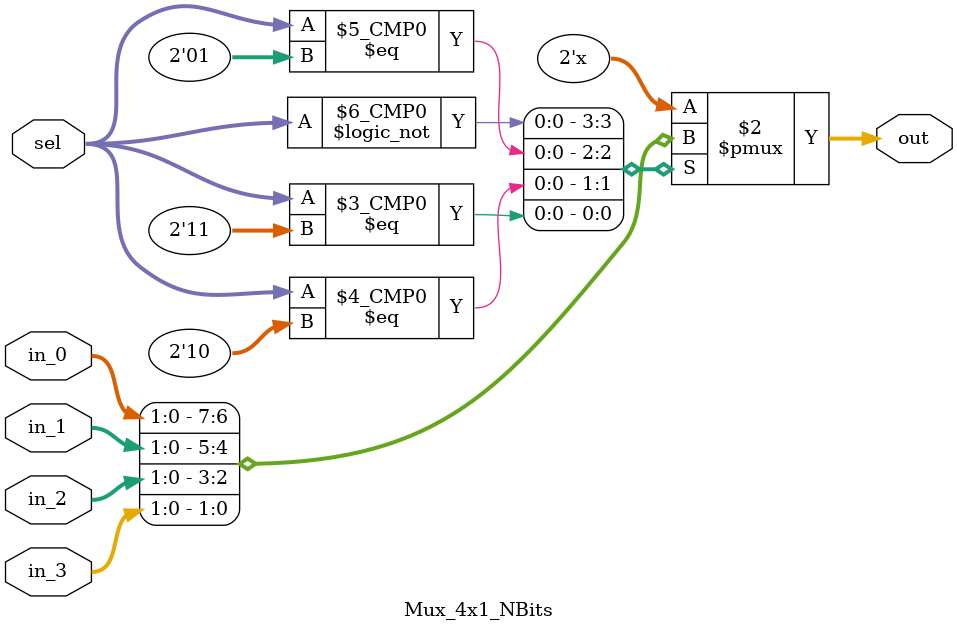
<source format=v>
/*
 * Generated by Digital. Don't modify this file!
 * Any changes will be lost if this file is regenerated.
 */
module regfile (
  input [1:0] rs,
  input [1:0] rd,
  input [15:0] result,
  input clk,
  output [15:0] b,
  output [15:0] r0,
  output [15:0] r1,
  output [15:0] r2,
  output [15:0] r3
);
  wire [15:0] s0;
  wire [15:0] s1;
  wire [15:0] s2;
  wire [15:0] s3;
  wire s4;
  wire [15:0] r0_temp;
  wire s5;
  wire [15:0] r1_temp;
  wire s6;
  wire [15:0] r2_temp;
  wire s7;
  wire [15:0] r3_temp;
  DemuxBus2 #(
    .Bits(16),
    .Default(0)
  )
  DemuxBus2_i0 (
    .sel( rd ),
    .in( result ),
    .out_0( s0 ),
    .out_1( s1 ),
    .out_2( s2 ),
    .out_3( s3 )
  );
  Decoder2 Decoder2_i1 (
    .sel( rd ),
    .out_0( s4 ),
    .out_1( s5 ),
    .out_2( s6 ),
    .out_3( s7 )
  );
  // r0
  DIG_Register_BUS #(
    .Bits(16)
  )
  DIG_Register_BUS_i2 (
    .D( s0 ),
    .C( clk ),
    .en( s4 ),
    .Q( r0_temp )
  );
  // r1
  DIG_Register_BUS #(
    .Bits(16)
  )
  DIG_Register_BUS_i3 (
    .D( s1 ),
    .C( clk ),
    .en( s5 ),
    .Q( r1_temp )
  );
  // r2
  DIG_Register_BUS #(
    .Bits(16)
  )
  DIG_Register_BUS_i4 (
    .D( s2 ),
    .C( clk ),
    .en( s6 ),
    .Q( r2_temp )
  );
  // r3
  DIG_Register_BUS #(
    .Bits(16)
  )
  DIG_Register_BUS_i5 (
    .D( s3 ),
    .C( clk ),
    .en( s7 ),
    .Q( r3_temp )
  );
  Mux_4x1_NBits #(
    .Bits(16)
  )
  Mux_4x1_NBits_i6 (
    .sel( rs ),
    .in_0( r0_temp ),
    .in_1( r1_temp ),
    .in_2( r2_temp ),
    .in_3( r3_temp ),
    .out( b )
  );
  assign r0 = r0_temp;
  assign r1 = r1_temp;
  assign r2 = r2_temp;
  assign r3 = r3_temp;
endmodule

module DemuxBus2
#(
    parameter Bits = 2,
    parameter Default = 0 
)
(
    output [(Bits-1):0] out_0,
    output [(Bits-1):0] out_1,
    output [(Bits-1):0] out_2,
    output [(Bits-1):0] out_3,
    input [1:0] sel,
    input [(Bits-1):0] in
);
    assign out_0 = (sel == 2'h0)? in : Default;
    assign out_1 = (sel == 2'h1)? in : Default;
    assign out_2 = (sel == 2'h2)? in : Default;
    assign out_3 = (sel == 2'h3)? in : Default;
endmodule


module Decoder2 (
    output out_0,
    output out_1,
    output out_2,
    output out_3,
    input [1:0] sel
);
    assign out_0 = (sel == 2'h0)? 1'b1 : 1'b0;
    assign out_1 = (sel == 2'h1)? 1'b1 : 1'b0;
    assign out_2 = (sel == 2'h2)? 1'b1 : 1'b0;
    assign out_3 = (sel == 2'h3)? 1'b1 : 1'b0;
endmodule


module DIG_Register_BUS #(
    parameter Bits = 1
)
(
    input C,
    input en,
    input [(Bits - 1):0]D,
    output [(Bits - 1):0]Q
);

    reg [(Bits - 1):0] state = 'h0;

    assign Q = state;

    always @ (posedge C) begin
        if (en)
            state <= D;
   end
endmodule

module Mux_4x1_NBits #(
    parameter Bits = 2
)
(
    input [1:0] sel,
    input [(Bits - 1):0] in_0,
    input [(Bits - 1):0] in_1,
    input [(Bits - 1):0] in_2,
    input [(Bits - 1):0] in_3,
    output reg [(Bits - 1):0] out
);
    always @ (*) begin
        case (sel)
            2'h0: out = in_0;
            2'h1: out = in_1;
            2'h2: out = in_2;
            2'h3: out = in_3;
            default:
                out = 'h0;
        endcase
    end
endmodule




</source>
